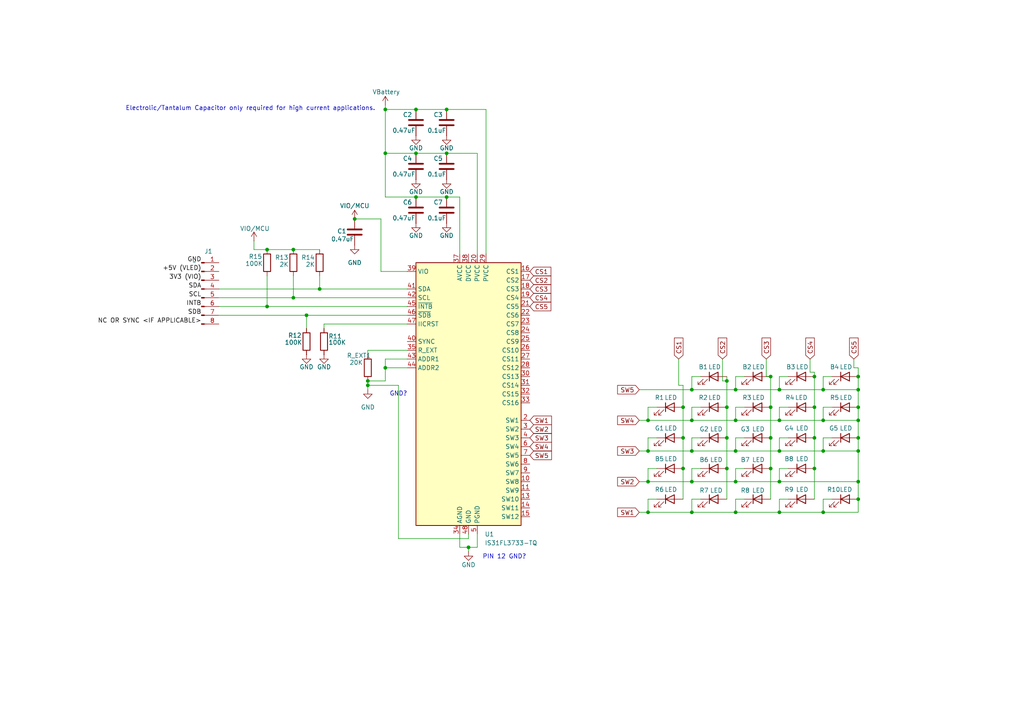
<source format=kicad_sch>
(kicad_sch (version 20250114) (generator "eeschema") (generator_version "9.0")
  (paper "A4")
  (lib_symbols
    (symbol "Connector:Conn_01x08_Pin" (pin_names (offset 1.016) (hide yes))
      (property "Reference" "J" (at 0 10.16 0))
      (property "Value" "Conn_01x08_Pin" (at 0 -12.7 0))
      (symbol "Conn_01x08_Pin_1_1"
        (rectangle (start 0.8636 7.747) (end 0 7.493) (stroke (width 0.1524)) (fill (type outline)))
        (rectangle (start 0.8636 5.207) (end 0 4.953) (stroke (width 0.1524)) (fill (type outline)))
        (rectangle (start 0.8636 2.667) (end 0 2.413) (stroke (width 0.1524)) (fill (type outline)))
        (rectangle (start 0.8636 0.127) (end 0 -0.127) (stroke (width 0.1524)) (fill (type outline)))
        (rectangle (start 0.8636 -2.413) (end 0 -2.667) (stroke (width 0.1524)) (fill (type outline)))
        (rectangle (start 0.8636 -4.953) (end 0 -5.207) (stroke (width 0.1524)) (fill (type outline)))
        (rectangle (start 0.8636 -7.493) (end 0 -7.747) (stroke (width 0.1524)) (fill (type outline)))
        (rectangle (start 0.8636 -10.033) (end 0 -10.287) (stroke (width 0.1524)) (fill (type outline)))
        (polyline (pts (xy 1.27 7.62) (xy 0.8636 7.62)) (stroke (width 0.1524)))
        (polyline (pts (xy 1.27 5.08) (xy 0.8636 5.08)) (stroke (width 0.1524)))
        (polyline (pts (xy 1.27 2.54) (xy 0.8636 2.54)) (stroke (width 0.1524)))
        (polyline (pts (xy 1.27 0) (xy 0.8636 0)) (stroke (width 0.1524)))
        (polyline (pts (xy 1.27 -2.54) (xy 0.8636 -2.54)) (stroke (width 0.1524)))
        (polyline (pts (xy 1.27 -5.08) (xy 0.8636 -5.08)) (stroke (width 0.1524)))
        (polyline (pts (xy 1.27 -7.62) (xy 0.8636 -7.62)) (stroke (width 0.1524)))
        (polyline (pts (xy 1.27 -10.16) (xy 0.8636 -10.16)) (stroke (width 0.1524)))
        (pin passive line (at 5.08 7.62 180) (length 3.81) (name "Pin_1") (number "1"))
        (pin passive line (at 5.08 5.08 180) (length 3.81) (name "Pin_2") (number "2"))
        (pin passive line (at 5.08 2.54 180) (length 3.81) (name "Pin_3") (number "3"))
        (pin passive line (at 5.08 0 180) (length 3.81) (name "Pin_4") (number "4"))
        (pin passive line (at 5.08 -2.54 180) (length 3.81) (name "Pin_5") (number "5"))
        (pin passive line (at 5.08 -5.08 180) (length 3.81) (name "Pin_6") (number "6"))
        (pin passive line (at 5.08 -7.62 180) (length 3.81) (name "Pin_7") (number "7"))
        (pin passive line (at 5.08 -10.16 180) (length 3.81) (name "Pin_8") (number "8"))
      )
    )
    (symbol "Device:C" (pin_numbers (hide yes)) (pin_names (offset 0.254))
      (property "Reference" "C" (at 0.635 2.54 0))
      (property "Value" "C" (at 0.635 -2.54 0))
      (symbol "C_0_1"
        (polyline (pts (xy -2.032 0.762) (xy 2.032 0.762)) (stroke (width 0.508)))
        (polyline (pts (xy -2.032 -0.762) (xy 2.032 -0.762)) (stroke (width 0.508)))
      )
      (symbol "C_1_1"
        (pin passive line (at 0 3.81 270) (length 2.794) (name "~") (number "1"))
        (pin passive line (at 0 -3.81 90) (length 2.794) (name "~") (number "2"))
      )
    )
    (symbol "Device:LED" (pin_numbers (hide yes)) (pin_names (offset 1.016) (hide yes))
      (property "Reference" "D" (at 0 2.54 0))
      (property "Value" "LED" (at 0 -2.54 0))
      (symbol "LED_0_1"
        (polyline (pts (xy -3.048 -0.762) (xy -4.572 -2.286) (xy -3.81 -2.286) (xy -4.572 -2.286) (xy -4.572 -1.524)))
        (polyline (pts (xy -1.778 -0.762) (xy -3.302 -2.286) (xy -2.54 -2.286) (xy -3.302 -2.286) (xy -3.302 -1.524)))
        (polyline (pts (xy -1.27 0) (xy 1.27 0)))
        (polyline (pts (xy -1.27 -1.27) (xy -1.27 1.27)) (stroke (width 0.254)))
        (polyline (pts (xy 1.27 -1.27) (xy 1.27 1.27) (xy -1.27 0) (xy 1.27 -1.27)) (stroke (width 0.254)))
      )
      (symbol "LED_1_1"
        (pin passive line (at -3.81 0 0) (length 2.54) (name "K") (number "1"))
        (pin passive line (at 3.81 0 180) (length 2.54) (name "A") (number "2"))
      )
    )
    (symbol "Device:R" (pin_numbers (hide yes)) (pin_names (offset 0))
      (property "Reference" "R" (at 2.032 0 90))
      (property "Value" "R" (at 0 0 90))
      (symbol "R_0_1"
        (rectangle (start -1.016 -2.54) (end 1.016 2.54) (stroke (width 0.254)))
      )
      (symbol "R_1_1"
        (pin passive line (at 0 3.81 270) (length 1.27) (name "~") (number "1"))
        (pin passive line (at 0 -3.81 90) (length 1.27) (name "~") (number "2"))
      )
    )
    (symbol "Driver_LED:IS31FL3733-TQ"
      (property "Reference" "U1" (at 4.6833 -40.64 0))
      (property "Value" "IS31FL3733-TQ" (at 4.6833 -43.18 0))
      (symbol "IS31FL3733-TQ_0_1"
        (rectangle (start -15.24 38.1) (end 15.24 -38.1) (stroke (width 0.254)) (fill (type background)))
      )
      (symbol "IS31FL3733-TQ_1_1"
        (pin input line (at -17.78 35.56 0) (length 2.54) (name "VIO") (number "39"))
        (pin bidirectional line (at -17.78 30.48 0) (length 2.54) (name "SDA") (number "41"))
        (pin input line (at -17.78 27.94 0) (length 2.54) (name "SCL") (number "42"))
        (pin open_collector line (at -17.78 25.4 0) (length 2.54) (name "~{INTB}") (number "45"))
        (pin input line (at -17.78 22.86 0) (length 2.54) (name "~{SDB}") (number "46"))
        (pin input line (at -17.78 20.32 0) (length 2.54) (name "IICRST") (number "47"))
        (pin input line (at -17.78 15.24 0) (length 2.54) (name "SYNC") (number "40"))
        (pin passive line (at -17.78 12.7 0) (length 2.54) (name "R_EXT") (number "35"))
        (pin input line (at -17.78 10.16 0) (length 2.54) (name "ADDR1") (number "43"))
        (pin input line (at -17.78 7.62 0) (length 2.54) (name "ADDR2") (number "44"))
        (pin no_connect line (at -15.24 -33.02 0) (length 2.54) (hide yes) (name "NC") (number "1"))
        (pin no_connect line (at -15.24 -35.56 0) (length 2.54) (hide yes) (name "NC") (number "36"))
        (pin power_in line (at -2.54 40.64 270) (length 2.54) (name "AVCC") (number "37"))
        (pin power_in line (at -2.54 -40.64 90) (length 2.54) (name "AGND") (number "34"))
        (pin power_in line (at 0 40.64 270) (length 2.54) (name "DVCC") (number "38"))
        (pin power_in line (at 0 -40.64 90) (length 2.54) (name "GND") (number "48"))
        (pin passive line (at 0 -40.64 90) (length 2.54) (hide yes) (name "GND") (number "49"))
        (pin power_in line (at 2.54 40.64 270) (length 2.54) (name "PVCC") (number "20"))
        (pin passive line (at 2.54 -40.64 90) (length 2.54) (hide yes) (name "PGND") (number "12"))
        (pin power_in line (at 2.54 -40.64 90) (length 2.54) (name "PGND") (number "5"))
        (pin power_in line (at 5.08 40.64 270) (length 2.54) (name "PVCC") (number "29"))
        (pin output line (at 17.78 35.56 180) (length 2.54) (name "CS1") (number "16"))
        (pin output line (at 17.78 33.02 180) (length 2.54) (name "CS2") (number "17"))
        (pin output line (at 17.78 30.48 180) (length 2.54) (name "CS3") (number "18"))
        (pin output line (at 17.78 27.94 180) (length 2.54) (name "CS4") (number "19"))
        (pin output line (at 17.78 25.4 180) (length 2.54) (name "CS5") (number "21"))
        (pin output line (at 17.78 22.86 180) (length 2.54) (name "CS6") (number "22"))
        (pin output line (at 17.78 20.32 180) (length 2.54) (name "CS7") (number "23"))
        (pin output line (at 17.78 17.78 180) (length 2.54) (name "CS8") (number "24"))
        (pin output line (at 17.78 15.24 180) (length 2.54) (name "CS9") (number "25"))
        (pin output line (at 17.78 12.7 180) (length 2.54) (name "CS10") (number "26"))
        (pin output line (at 17.78 10.16 180) (length 2.54) (name "CS11") (number "27"))
        (pin output line (at 17.78 7.62 180) (length 2.54) (name "CS12") (number "28"))
        (pin output line (at 17.78 5.08 180) (length 2.54) (name "CS13") (number "30"))
        (pin output line (at 17.78 2.54 180) (length 2.54) (name "CS14") (number "31"))
        (pin output line (at 17.78 0 180) (length 2.54) (name "CS15") (number "32"))
        (pin output line (at 17.78 -2.54 180) (length 2.54) (name "CS16") (number "33"))
        (pin input line (at 17.78 -7.62 180) (length 2.54) (name "SW1") (number "2"))
        (pin input line (at 17.78 -10.16 180) (length 2.54) (name "SW2") (number "3"))
        (pin input line (at 17.78 -12.7 180) (length 2.54) (name "SW3") (number "4"))
        (pin input line (at 17.78 -15.24 180) (length 2.54) (name "SW4") (number "6"))
        (pin input line (at 17.78 -17.78 180) (length 2.54) (name "SW5") (number "7"))
        (pin input line (at 17.78 -20.32 180) (length 2.54) (name "SW6") (number "8"))
        (pin input line (at 17.78 -22.86 180) (length 2.54) (name "SW7") (number "9"))
        (pin input line (at 17.78 -25.4 180) (length 2.54) (name "SW8") (number "10"))
        (pin input line (at 17.78 -27.94 180) (length 2.54) (name "SW9") (number "11"))
        (pin input line (at 17.78 -30.48 180) (length 2.54) (name "SW10") (number "13"))
        (pin input line (at 17.78 -33.02 180) (length 2.54) (name "SW11") (number "14"))
        (pin input line (at 17.78 -35.56 180) (length 2.54) (name "SW12") (number "15"))
      )
    )
    (symbol "power:+3.3V" (power) (pin_numbers (hide yes)) (pin_names (offset 0) (hide yes))
      (property "Value" "+3.3V" (at 0 3.556 0))
      (symbol "+3.3V_0_1"
        (polyline (pts (xy -0.762 1.27) (xy 0 2.54)))
        (polyline (pts (xy 0 2.54) (xy 0.762 1.27)))
        (polyline (pts (xy 0 0) (xy 0 2.54)))
      )
      (symbol "+3.3V_1_1"
        (pin power_in line (at 0 0 90) (length 0) (name "~") (number "1"))
      )
    )
    (symbol "power:GND" (power) (pin_numbers (hide yes)) (pin_names (offset 0) (hide yes))
      (property "Value" "GND" (at 0 -3.81 0))
      (symbol "GND_0_1"
        (polyline (pts (xy 0 0) (xy 0 -1.27) (xy 1.27 -1.27) (xy 0 -2.54) (xy -1.27 -1.27) (xy 0 -1.27)))
      )
      (symbol "GND_1_1"
        (pin power_in line (at 0 0 270) (length 0) (name "~") (number "1"))
      )
    )
  )
  (text "PIN 12 GND?\n" (at 146.304 161.544 0) (effects (font (size 1.27 1.27))))
  (text "Electrolic/Tantalum Capacitor only required for high current applications." (at 72.644 31.496 0) (effects (font (size 1.27 1.27))))
  (text "GND?\n" (at 115.57 114.3 0) (effects (font (size 1.27 1.27))))
  (junction (at 223.52 109.22))
  (junction (at 248.92 121.92))
  (junction (at 238.76 113.03))
  (junction (at 248.92 118.11))
  (junction (at 236.22 118.11))
  (junction (at 213.36 130.81))
  (junction (at 248.92 109.22))
  (junction (at 248.92 127))
  (junction (at 187.96 121.92))
  (junction (at 88.9 91.44))
  (junction (at 120.65 31.75))
  (junction (at 248.92 139.7))
  (junction (at 236.22 109.22))
  (junction (at 77.47 72.39))
  (junction (at 120.65 57.15))
  (junction (at 223.52 135.89))
  (junction (at 92.71 83.82))
  (junction (at 226.06 113.03))
  (junction (at 226.06 139.7))
  (junction (at 111.76 31.75))
  (junction (at 236.22 135.89))
  (junction (at 129.54 31.75))
  (junction (at 223.52 127))
  (junction (at 200.66 113.03))
  (junction (at 200.66 130.81))
  (junction (at 200.66 139.7))
  (junction (at 198.12 135.89))
  (junction (at 198.12 118.11))
  (junction (at 226.06 121.92))
  (junction (at 248.92 144.78))
  (junction (at 210.82 110.49))
  (junction (at 187.96 139.7))
  (junction (at 210.82 127))
  (junction (at 210.82 135.89))
  (junction (at 213.36 148.59))
  (junction (at 226.06 148.59))
  (junction (at 248.92 130.81))
  (junction (at 238.76 130.81))
  (junction (at 200.66 121.92))
  (junction (at 135.89 158.75))
  (junction (at 85.09 86.36))
  (junction (at 236.22 127))
  (junction (at 120.65 44.45))
  (junction (at 106.68 110.49))
  (junction (at 200.66 148.59))
  (junction (at 85.09 72.39))
  (junction (at 223.52 118.11))
  (junction (at 213.36 121.92))
  (junction (at 106.68 111.76))
  (junction (at 248.92 113.03))
  (junction (at 102.87 63.5))
  (junction (at 213.36 139.7))
  (junction (at 111.76 44.45))
  (junction (at 238.76 121.92))
  (junction (at 187.96 148.59))
  (junction (at 238.76 148.59))
  (junction (at 111.76 106.68))
  (junction (at 198.12 127))
  (junction (at 213.36 113.03))
  (junction (at 187.96 130.81))
  (junction (at 210.82 118.11))
  (junction (at 129.54 44.45))
  (junction (at 77.47 88.9))
  (junction (at 226.06 130.81))
  (junction (at 129.54 57.15))
  (wire (pts (xy 133.35 57.15) (xy 133.35 73.66)))
  (wire (pts (xy 185.42 130.81) (xy 187.96 130.81)))
  (wire (pts (xy 203.2 135.89) (xy 200.66 135.89)))
  (wire (pts (xy 77.47 88.9) (xy 118.11 88.9)))
  (wire (pts (xy 213.36 144.78) (xy 213.36 148.59)))
  (wire (pts (xy 248.92 106.68) (xy 248.92 109.22)))
  (wire (pts (xy 248.92 109.22) (xy 248.92 113.03)))
  (wire (pts (xy 238.76 121.92) (xy 248.92 121.92)))
  (wire (pts (xy 185.42 139.7) (xy 187.96 139.7)))
  (wire (pts (xy 111.76 31.75) (xy 111.76 44.45)))
  (wire (pts (xy 111.76 104.14) (xy 118.11 104.14)))
  (wire (pts (xy 187.96 144.78) (xy 187.96 148.59)))
  (wire (pts (xy 102.87 63.5) (xy 110.49 63.5)))
  (wire (pts (xy 238.76 118.11) (xy 238.76 121.92)))
  (wire (pts (xy 133.35 158.75) (xy 135.89 158.75)))
  (wire (pts (xy 111.76 31.75) (xy 120.65 31.75)))
  (wire (pts (xy 187.96 148.59) (xy 200.66 148.59)))
  (wire (pts (xy 238.76 130.81) (xy 248.92 130.81)))
  (wire (pts (xy 93.98 95.25) (xy 93.98 93.98)))
  (wire (pts (xy 226.06 144.78) (xy 226.06 148.59)))
  (wire (pts (xy 226.06 113.03) (xy 238.76 113.03)))
  (wire (pts (xy 223.52 135.89) (xy 223.52 144.78)))
  (wire (pts (xy 138.43 154.94) (xy 138.43 158.75)))
  (wire (pts (xy 210.82 110.49) (xy 210.82 109.22)))
  (wire (pts (xy 93.98 93.98) (xy 118.11 93.98)))
  (wire (pts (xy 187.96 121.92) (xy 200.66 121.92)))
  (wire (pts (xy 226.06 127) (xy 226.06 130.81)))
  (wire (pts (xy 187.96 130.81) (xy 200.66 130.81)))
  (wire (pts (xy 226.06 109.22) (xy 226.06 113.03)))
  (wire (pts (xy 135.89 158.75) (xy 138.43 158.75)))
  (wire (pts (xy 200.66 121.92) (xy 213.36 121.92)))
  (wire (pts (xy 236.22 109.22) (xy 236.22 118.11)))
  (wire (pts (xy 129.54 31.75) (xy 140.97 31.75)))
  (wire (pts (xy 200.66 148.59) (xy 213.36 148.59)))
  (wire (pts (xy 248.92 139.7) (xy 248.92 144.78)))
  (wire (pts (xy 213.36 113.03) (xy 226.06 113.03)))
  (wire (pts (xy 200.66 118.11) (xy 200.66 121.92)))
  (wire (pts (xy 238.76 148.59) (xy 248.92 148.59)))
  (wire (pts (xy 203.2 144.78) (xy 200.66 144.78)))
  (wire (pts (xy 226.06 139.7) (xy 248.92 139.7)))
  (wire (pts (xy 73.66 72.39) (xy 77.47 72.39)))
  (wire (pts (xy 198.12 127) (xy 198.12 135.89)))
  (wire (pts (xy 234.95 107.95) (xy 236.22 107.95)))
  (wire (pts (xy 135.89 154.94) (xy 135.89 156.21)))
  (wire (pts (xy 228.6 127) (xy 226.06 127)))
  (wire (pts (xy 111.76 106.68) (xy 111.76 110.49)))
  (wire (pts (xy 133.35 154.94) (xy 133.35 158.75)))
  (wire (pts (xy 185.42 113.03) (xy 200.66 113.03)))
  (wire (pts (xy 223.52 109.22) (xy 223.52 118.11)))
  (wire (pts (xy 115.57 156.21) (xy 115.57 111.76)))
  (wire (pts (xy 213.36 109.22) (xy 213.36 113.03)))
  (wire (pts (xy 198.12 111.76) (xy 198.12 118.11)))
  (wire (pts (xy 226.06 118.11) (xy 226.06 121.92)))
  (wire (pts (xy 196.85 104.14) (xy 196.85 111.76)))
  (wire (pts (xy 85.09 72.39) (xy 92.71 72.39)))
  (wire (pts (xy 226.06 130.81) (xy 238.76 130.81)))
  (wire (pts (xy 88.9 95.25) (xy 88.9 91.44)))
  (wire (pts (xy 92.71 83.82) (xy 118.11 83.82)))
  (wire (pts (xy 236.22 127) (xy 236.22 135.89)))
  (wire (pts (xy 210.82 118.11) (xy 210.82 127)))
  (wire (pts (xy 200.66 109.22) (xy 200.66 113.03)))
  (wire (pts (xy 241.3 127) (xy 238.76 127)))
  (wire (pts (xy 200.66 135.89) (xy 200.66 139.7)))
  (wire (pts (xy 238.76 113.03) (xy 248.92 113.03)))
  (wire (pts (xy 190.5 135.89) (xy 187.96 135.89)))
  (wire (pts (xy 190.5 118.11) (xy 187.96 118.11)))
  (wire (pts (xy 111.76 106.68) (xy 118.11 106.68)))
  (wire (pts (xy 215.9 144.78) (xy 213.36 144.78)))
  (wire (pts (xy 203.2 127) (xy 200.66 127)))
  (wire (pts (xy 92.71 80.01) (xy 92.71 83.82)))
  (wire (pts (xy 120.65 31.75) (xy 129.54 31.75)))
  (wire (pts (xy 63.5 86.36) (xy 85.09 86.36)))
  (wire (pts (xy 111.76 104.14) (xy 111.76 106.68)))
  (wire (pts (xy 196.85 111.76) (xy 198.12 111.76)))
  (wire (pts (xy 215.9 109.22) (xy 213.36 109.22)))
  (wire (pts (xy 234.95 104.14) (xy 234.95 107.95)))
  (wire (pts (xy 238.76 144.78) (xy 238.76 148.59)))
  (wire (pts (xy 200.66 127) (xy 200.66 130.81)))
  (wire (pts (xy 200.66 113.03) (xy 213.36 113.03)))
  (wire (pts (xy 248.92 127) (xy 248.92 130.81)))
  (wire (pts (xy 200.66 130.81) (xy 213.36 130.81)))
  (wire (pts (xy 106.68 113.03) (xy 106.68 111.76)))
  (wire (pts (xy 106.68 101.6) (xy 118.11 101.6)))
  (wire (pts (xy 228.6 109.22) (xy 226.06 109.22)))
  (wire (pts (xy 187.96 139.7) (xy 200.66 139.7)))
  (wire (pts (xy 213.36 130.81) (xy 226.06 130.81)))
  (wire (pts (xy 63.5 83.82) (xy 92.71 83.82)))
  (wire (pts (xy 200.66 139.7) (xy 213.36 139.7)))
  (wire (pts (xy 106.68 111.76) (xy 115.57 111.76)))
  (wire (pts (xy 198.12 118.11) (xy 198.12 127)))
  (wire (pts (xy 120.65 57.15) (xy 111.76 57.15)))
  (wire (pts (xy 213.36 135.89) (xy 213.36 139.7)))
  (wire (pts (xy 140.97 31.75) (xy 140.97 73.66)))
  (wire (pts (xy 203.2 109.22) (xy 200.66 109.22)))
  (wire (pts (xy 247.65 106.68) (xy 248.92 106.68)))
  (wire (pts (xy 77.47 72.39) (xy 85.09 72.39)))
  (wire (pts (xy 213.36 148.59) (xy 226.06 148.59)))
  (wire (pts (xy 190.5 127) (xy 187.96 127)))
  (wire (pts (xy 120.65 57.15) (xy 129.54 57.15)))
  (wire (pts (xy 106.68 111.76) (xy 106.68 110.49)))
  (wire (pts (xy 190.5 144.78) (xy 187.96 144.78)))
  (wire (pts (xy 236.22 107.95) (xy 236.22 109.22)))
  (wire (pts (xy 187.96 118.11) (xy 187.96 121.92)))
  (wire (pts (xy 248.92 113.03) (xy 248.92 118.11)))
  (wire (pts (xy 238.76 109.22) (xy 238.76 113.03)))
  (wire (pts (xy 63.5 91.44) (xy 88.9 91.44)))
  (wire (pts (xy 213.36 121.92) (xy 226.06 121.92)))
  (wire (pts (xy 187.96 127) (xy 187.96 130.81)))
  (wire (pts (xy 248.92 144.78) (xy 248.92 148.59)))
  (wire (pts (xy 106.68 101.6) (xy 106.68 102.87)))
  (wire (pts (xy 203.2 118.11) (xy 200.66 118.11)))
  (wire (pts (xy 241.3 144.78) (xy 238.76 144.78)))
  (wire (pts (xy 215.9 135.89) (xy 213.36 135.89)))
  (wire (pts (xy 129.54 57.15) (xy 133.35 57.15)))
  (wire (pts (xy 200.66 144.78) (xy 200.66 148.59)))
  (wire (pts (xy 215.9 127) (xy 213.36 127)))
  (wire (pts (xy 111.76 110.49) (xy 106.68 110.49)))
  (wire (pts (xy 223.52 127) (xy 223.52 135.89)))
  (wire (pts (xy 213.36 118.11) (xy 213.36 121.92)))
  (wire (pts (xy 210.82 135.89) (xy 210.82 144.78)))
  (wire (pts (xy 226.06 121.92) (xy 238.76 121.92)))
  (wire (pts (xy 241.3 118.11) (xy 238.76 118.11)))
  (wire (pts (xy 228.6 144.78) (xy 226.06 144.78)))
  (wire (pts (xy 77.47 80.01) (xy 77.47 88.9)))
  (wire (pts (xy 185.42 121.92) (xy 187.96 121.92)))
  (wire (pts (xy 88.9 91.44) (xy 118.11 91.44)))
  (wire (pts (xy 135.89 156.21) (xy 115.57 156.21)))
  (wire (pts (xy 135.89 160.02) (xy 135.89 158.75)))
  (wire (pts (xy 85.09 80.01) (xy 85.09 86.36)))
  (wire (pts (xy 187.96 135.89) (xy 187.96 139.7)))
  (wire (pts (xy 73.66 69.85) (xy 73.66 72.39)))
  (wire (pts (xy 213.36 139.7) (xy 226.06 139.7)))
  (wire (pts (xy 85.09 86.36) (xy 118.11 86.36)))
  (wire (pts (xy 223.52 118.11) (xy 223.52 127)))
  (wire (pts (xy 120.65 44.45) (xy 129.54 44.45)))
  (wire (pts (xy 111.76 44.45) (xy 120.65 44.45)))
  (wire (pts (xy 236.22 135.89) (xy 236.22 144.78)))
  (wire (pts (xy 213.36 127) (xy 213.36 130.81)))
  (wire (pts (xy 210.82 127) (xy 210.82 135.89)))
  (wire (pts (xy 210.82 110.49) (xy 210.82 118.11)))
  (wire (pts (xy 198.12 135.89) (xy 198.12 144.78)))
  (wire (pts (xy 110.49 63.5) (xy 110.49 78.74)))
  (wire (pts (xy 111.76 44.45) (xy 111.76 57.15)))
  (wire (pts (xy 129.54 44.45) (xy 138.43 44.45)))
  (wire (pts (xy 222.25 109.22) (xy 223.52 109.22)))
  (wire (pts (xy 111.76 30.48) (xy 111.76 31.75)))
  (wire (pts (xy 226.06 135.89) (xy 226.06 139.7)))
  (wire (pts (xy 248.92 118.11) (xy 248.92 121.92)))
  (wire (pts (xy 185.42 148.59) (xy 187.96 148.59)))
  (wire (pts (xy 238.76 127) (xy 238.76 130.81)))
  (wire (pts (xy 226.06 148.59) (xy 238.76 148.59)))
  (wire (pts (xy 110.49 78.74) (xy 118.11 78.74)))
  (wire (pts (xy 228.6 135.89) (xy 226.06 135.89)))
  (wire (pts (xy 222.25 104.14) (xy 222.25 109.22)))
  (wire (pts (xy 63.5 88.9) (xy 77.47 88.9)))
  (wire (pts (xy 215.9 118.11) (xy 213.36 118.11)))
  (wire (pts (xy 248.92 130.81) (xy 248.92 139.7)))
  (wire (pts (xy 248.92 121.92) (xy 248.92 127)))
  (wire (pts (xy 241.3 109.22) (xy 238.76 109.22)))
  (wire (pts (xy 228.6 118.11) (xy 226.06 118.11)))
  (wire (pts (xy 236.22 118.11) (xy 236.22 127)))
  (wire (pts (xy 138.43 44.45) (xy 138.43 73.66)))
  (wire (pts (xy 209.55 110.49) (xy 210.82 110.49)))
  (wire (pts (xy 247.65 104.14) (xy 247.65 106.68)))
  (wire (pts (xy 209.55 104.14) (xy 209.55 110.49)))
  (label "INTB" (at 58.42 88.9 180))
  (label "3V3 (VIO)" (at 58.42 81.28 180))
  (label "SDA" (at 58.42 83.82 180))
  (label "+5V (VLED)" (at 58.42 78.74 180))
  (label "NC OR SYNC <IF APPLICABLE>" (at 58.42 93.98 180))
  (label "GND" (at 58.42 76.2 180))
  (label "SCL" (at 58.42 86.36 180))
  (label "SDB" (at 58.42 91.44 180))
  (global_label "CS3" (shape input) (at 222.25 104.14 90) (property "Intersheetrefs" "${INTERSHEET_REFS}" (effects (hide yes))))
  (global_label "CS2" (shape input) (at 153.67 81.28 0) (property "Intersheetrefs" "${INTERSHEET_REFS}" (effects (hide yes))))
  (global_label "CS5" (shape input) (at 247.65 104.14 90) (property "Intersheetrefs" "${INTERSHEET_REFS}" (effects (hide yes))))
  (global_label "SW3" (shape input) (at 185.42 130.81 180) (property "Intersheetrefs" "${INTERSHEET_REFS}" (effects (hide yes))))
  (global_label "CS4" (shape input) (at 234.95 104.14 90) (property "Intersheetrefs" "${INTERSHEET_REFS}" (effects (hide yes))))
  (global_label "SW3" (shape input) (at 153.67 127 0) (property "Intersheetrefs" "${INTERSHEET_REFS}" (effects (hide yes))))
  (global_label "SW5" (shape input) (at 185.42 113.03 180) (property "Intersheetrefs" "${INTERSHEET_REFS}" (effects (hide yes))))
  (global_label "SW1" (shape input) (at 153.67 121.92 0) (property "Intersheetrefs" "${INTERSHEET_REFS}" (effects (hide yes))))
  (global_label "SW1" (shape input) (at 185.42 148.59 180) (property "Intersheetrefs" "${INTERSHEET_REFS}" (effects (hide yes))))
  (global_label "SW4" (shape input) (at 185.42 121.92 180) (property "Intersheetrefs" "${INTERSHEET_REFS}" (effects (hide yes))))
  (global_label "CS1" (shape input) (at 153.67 78.74 0) (property "Intersheetrefs" "${INTERSHEET_REFS}" (effects (hide yes))))
  (global_label "CS2" (shape input) (at 209.55 104.14 90) (property "Intersheetrefs" "${INTERSHEET_REFS}" (effects (hide yes))))
  (global_label "SW4" (shape input) (at 153.67 129.54 0) (property "Intersheetrefs" "${INTERSHEET_REFS}" (effects (hide yes))))
  (global_label "CS4" (shape input) (at 153.67 86.36 0) (property "Intersheetrefs" "${INTERSHEET_REFS}" (effects (hide yes))))
  (global_label "CS5" (shape input) (at 153.67 88.9 0) (property "Intersheetrefs" "${INTERSHEET_REFS}" (effects (hide yes))))
  (global_label "CS3" (shape input) (at 153.67 83.82 0) (property "Intersheetrefs" "${INTERSHEET_REFS}" (effects (hide yes))))
  (global_label "SW5" (shape input) (at 153.67 132.08 0) (property "Intersheetrefs" "${INTERSHEET_REFS}" (effects (hide yes))))
  (global_label "SW2" (shape input) (at 185.42 139.7 180) (property "Intersheetrefs" "${INTERSHEET_REFS}" (effects (hide yes))))
  (global_label "CS1" (shape input) (at 196.85 104.14 90) (property "Intersheetrefs" "${INTERSHEET_REFS}" (effects (hide yes))))
  (global_label "SW2" (shape input) (at 153.67 124.46 0) (property "Intersheetrefs" "${INTERSHEET_REFS}" (effects (hide yes))))
  (symbol (lib_id "Device:LED") (at 219.71 118.11 0) (unit 1)
    (property "Reference" "R3" (at 216.662 115.316 0))
    (property "Value" "LED" (at 219.964 115.316 0))
    (property "Footprint" "LED_SMD:LED_0805_2012Metric_Pad1.15x1.40mm_HandSolder" (effects (hide yes)))
    (property "Description" "Light emitting diode" (effects (hide yes)))
    (property "Sim.Pins" "1=K 2=A" (effects (hide yes)))
  )
  (symbol (lib_id "Device:C") (at 129.54 60.96 0) (unit 1)
    (property "Reference" "C7" (at 125.73 58.674 0) (effects (justify left)))
    (property "Value" "0.1uF" (at 123.952 63.246 0) (effects (justify left)))
    (property "Footprint" "Capacitor_SMD:C_0805_2012Metric_Pad1.18x1.45mm_HandSolder" (effects (hide yes)))
    (property "Description" "Unpolarized capacitor" (effects (hide yes)))
  )
  (symbol (lib_id "Device:R") (at 88.9 99.06 0) (unit 1)
    (property "Reference" "R12" (at 83.566 97.282 0) (effects (justify left)))
    (property "Value" "100K" (at 82.55 99.314 0) (effects (justify left)))
    (property "Footprint" "Resistor_SMD:R_0805_2012Metric_Pad1.20x1.40mm_HandSolder" (effects (hide yes)))
    (property "Description" "Resistor" (effects (hide yes)))
  )
  (symbol (lib_id "Device:LED") (at 219.71 144.78 0) (unit 1)
    (property "Reference" "R8" (at 216.154 142.24 0))
    (property "Value" "LED" (at 219.964 142.24 0))
    (property "Footprint" "LED_SMD:LED_0805_2012Metric_Pad1.15x1.40mm_HandSolder" (effects (hide yes)))
    (property "Description" "Light emitting diode" (effects (hide yes)))
    (property "Sim.Pins" "1=K 2=A" (effects (hide yes)))
  )
  (symbol (lib_id "Device:R") (at 93.98 99.06 0) (unit 1)
    (property "Reference" "R11" (at 95.25 97.536 0) (effects (justify left)))
    (property "Value" "100K" (at 95.25 99.314 0) (effects (justify left)))
    (property "Footprint" "Resistor_SMD:R_0805_2012Metric_Pad1.20x1.40mm_HandSolder" (effects (hide yes)))
    (property "Description" "Resistor" (effects (hide yes)))
  )
  (symbol (lib_id "Device:LED") (at 207.01 109.22 0) (unit 1)
    (property "Reference" "B1" (at 203.962 106.426 0))
    (property "Value" "LED" (at 207.264 106.426 0))
    (property "Footprint" "LED_SMD:LED_0805_2012Metric_Pad1.15x1.40mm_HandSolder" (effects (hide yes)))
    (property "Description" "Light emitting diode" (effects (hide yes)))
    (property "Sim.Pins" "1=K 2=A" (effects (hide yes)))
  )
  (symbol (lib_id "Device:C") (at 120.65 35.56 0) (unit 1)
    (property "Reference" "C2" (at 116.84 33.274 0) (effects (justify left)))
    (property "Value" "0.47uF" (at 113.792 37.846 0) (effects (justify left)))
    (property "Footprint" "Capacitor_SMD:C_0805_2012Metric_Pad1.18x1.45mm_HandSolder" (effects (hide yes)))
    (property "Description" "Unpolarized capacitor" (effects (hide yes)))
  )
  (symbol (lib_id "Device:LED") (at 207.01 144.78 0) (unit 1)
    (property "Reference" "R7" (at 204.216 142.24 0))
    (property "Value" "LED" (at 207.772 142.24 0))
    (property "Footprint" "LED_SMD:LED_0805_2012Metric_Pad1.15x1.40mm_HandSolder" (effects (hide yes)))
    (property "Description" "Light emitting diode" (effects (hide yes)))
    (property "Sim.Pins" "1=K 2=A" (effects (hide yes)))
  )
  (symbol (lib_id "Connector:Conn_01x08_Pin") (at 58.42 83.82 0) (unit 1)
    (property "Reference" "J1" (at 60.452 72.898 0))
    (property "Value" "~" (at 56.388 75.946 0))
    (property "Description" "Generic connector, single row, 01x08, script generated" (effects (hide yes)))
  )
  (symbol (lib_id "power:GND") (at 120.65 52.07 0) (unit 1)
    (property "Reference" "#PWR06" (effects (hide yes)))
    (property "Value" "GND" (at 120.65 55.626 0))
    (property "Description" "Power symbol creates a global label with name \"GND\" , ground" (effects (hide yes)))
  )
  (symbol (lib_id "Device:LED") (at 245.11 118.11 0) (unit 1)
    (property "Reference" "R5" (at 242.062 115.316 0))
    (property "Value" "LED" (at 245.364 115.316 0))
    (property "Footprint" "LED_SMD:LED_0805_2012Metric_Pad1.15x1.40mm_HandSolder" (effects (hide yes)))
    (property "Description" "Light emitting diode" (effects (hide yes)))
    (property "Sim.Pins" "1=K 2=A" (effects (hide yes)))
  )
  (symbol (lib_id "Device:LED") (at 194.31 144.78 0) (unit 1)
    (property "Reference" "R6" (at 191.262 141.986 0))
    (property "Value" "LED" (at 194.564 141.986 0))
    (property "Footprint" "LED_SMD:LED_0805_2012Metric_Pad1.15x1.40mm_HandSolder" (effects (hide yes)))
    (property "Description" "Light emitting diode" (effects (hide yes)))
    (property "Sim.Pins" "1=K 2=A" (effects (hide yes)))
  )
  (symbol (lib_id "Device:LED") (at 232.41 109.22 0) (unit 1)
    (property "Reference" "B3" (at 229.362 106.426 0))
    (property "Value" "LED" (at 232.664 106.426 0))
    (property "Footprint" "LED_SMD:LED_0805_2012Metric_Pad1.15x1.40mm_HandSolder" (effects (hide yes)))
    (property "Description" "Light emitting diode" (effects (hide yes)))
    (property "Sim.Pins" "1=K 2=A" (effects (hide yes)))
  )
  (symbol (lib_id "Device:R") (at 77.47 76.2 0) (unit 1)
    (property "Reference" "R15" (at 72.136 74.422 0) (effects (justify left)))
    (property "Value" "100K" (at 71.12 76.454 0) (effects (justify left)))
    (property "Footprint" "Resistor_SMD:R_0805_2012Metric_Pad1.20x1.40mm_HandSolder" (effects (hide yes)))
    (property "Description" "Resistor" (effects (hide yes)))
  )
  (symbol (lib_id "Device:LED") (at 207.01 127 0) (unit 1)
    (property "Reference" "G2" (at 204.216 124.46 0))
    (property "Value" "LED" (at 207.772 124.46 0))
    (property "Footprint" "LED_SMD:LED_0805_2012Metric_Pad1.15x1.40mm_HandSolder" (effects (hide yes)))
    (property "Description" "Light emitting diode" (effects (hide yes)))
    (property "Sim.Pins" "1=K 2=A" (effects (hide yes)))
  )
  (symbol (lib_id "Device:LED") (at 232.41 118.11 0) (unit 1)
    (property "Reference" "R4" (at 229.108 115.316 0))
    (property "Value" "LED" (at 232.41 115.316 0))
    (property "Footprint" "LED_SMD:LED_0805_2012Metric_Pad1.15x1.40mm_HandSolder" (effects (hide yes)))
    (property "Description" "Light emitting diode" (effects (hide yes)))
    (property "Sim.Pins" "1=K 2=A" (effects (hide yes)))
  )
  (symbol (lib_id "power:GND") (at 120.65 64.77 0) (unit 1)
    (property "Reference" "#PWR08" (effects (hide yes)))
    (property "Value" "GND" (at 120.65 68.326 0))
    (property "Description" "Power symbol creates a global label with name \"GND\" , ground" (effects (hide yes)))
  )
  (symbol (lib_id "Device:C") (at 129.54 35.56 0) (unit 1)
    (property "Reference" "C3" (at 125.73 33.274 0) (effects (justify left)))
    (property "Value" "0.1uF" (at 123.952 37.846 0) (effects (justify left)))
    (property "Footprint" "Capacitor_SMD:C_0805_2012Metric_Pad1.18x1.45mm_HandSolder" (effects (hide yes)))
    (property "Description" "Unpolarized capacitor" (effects (hide yes)))
  )
  (symbol (lib_id "power:+3.3V") (at 73.66 69.85 0) (unit 1)
    (property "Reference" "#PWR013" (effects (hide yes)))
    (property "Value" "VIO/MCU" (at 73.914 66.294 0))
    (property "Description" "Power symbol creates a global label with name \"+3.3V\"" (effects (hide yes)))
  )
  (symbol (lib_id "Device:LED") (at 207.01 118.11 0) (unit 1)
    (property "Reference" "R2" (at 203.962 115.316 0))
    (property "Value" "LED" (at 207.264 115.316 0))
    (property "Footprint" "LED_SMD:LED_0805_2012Metric_Pad1.15x1.40mm_HandSolder" (effects (hide yes)))
    (property "Description" "Light emitting diode" (effects (hide yes)))
    (property "Sim.Pins" "1=K 2=A" (effects (hide yes)))
  )
  (symbol (lib_id "Device:LED") (at 219.71 109.22 0) (unit 1)
    (property "Reference" "B2" (at 216.662 106.426 0))
    (property "Value" "LED" (at 219.964 106.426 0))
    (property "Footprint" "LED_SMD:LED_0805_2012Metric_Pad1.15x1.40mm_HandSolder" (effects (hide yes)))
    (property "Description" "Light emitting diode" (effects (hide yes)))
    (property "Sim.Pins" "1=K 2=A" (effects (hide yes)))
  )
  (symbol (lib_id "Device:LED") (at 245.11 127 0) (unit 1)
    (property "Reference" "G5" (at 241.808 124.206 0))
    (property "Value" "LED" (at 245.364 124.206 0))
    (property "Footprint" "LED_SMD:LED_0805_2012Metric_Pad1.15x1.40mm_HandSolder" (effects (hide yes)))
    (property "Description" "Light emitting diode" (effects (hide yes)))
    (property "Sim.Pins" "1=K 2=A" (effects (hide yes)))
  )
  (symbol (lib_id "Device:R") (at 106.68 106.68 0) (unit 1)
    (property "Reference" "R_EXT1" (at 100.584 103.124 0) (effects (justify left)))
    (property "Value" "20K" (at 101.346 105.156 0) (effects (justify left)))
    (property "Footprint" "Resistor_SMD:R_0805_2012Metric_Pad1.20x1.40mm_HandSolder" (effects (hide yes)))
    (property "Description" "Resistor" (effects (hide yes)))
  )
  (symbol (lib_id "Device:LED") (at 245.11 109.22 0) (unit 1)
    (property "Reference" "B4" (at 242.062 106.426 0))
    (property "Value" "LED" (at 245.364 106.426 0))
    (property "Footprint" "LED_SMD:LED_0805_2012Metric_Pad1.15x1.40mm_HandSolder" (effects (hide yes)))
    (property "Description" "Light emitting diode" (effects (hide yes)))
    (property "Sim.Pins" "1=K 2=A" (effects (hide yes)))
  )
  (symbol (lib_id "Device:LED") (at 194.31 127 0) (unit 1)
    (property "Reference" "G1" (at 191.262 124.206 0))
    (property "Value" "LED" (at 194.564 124.206 0))
    (property "Footprint" "LED_SMD:LED_0805_2012Metric_Pad1.15x1.40mm_HandSolder" (effects (hide yes)))
    (property "Description" "Light emitting diode" (effects (hide yes)))
    (property "Sim.Pins" "1=K 2=A" (effects (hide yes)))
  )
  (symbol (lib_id "power:GND") (at 120.65 39.37 0) (unit 1)
    (property "Reference" "#PWR04" (effects (hide yes)))
    (property "Value" "GND" (at 120.65 42.926 0))
    (property "Description" "Power symbol creates a global label with name \"GND\" , ground" (effects (hide yes)))
  )
  (symbol (lib_id "power:GND") (at 88.9 102.87 0) (unit 1)
    (property "Reference" "#PWR011" (effects (hide yes)))
    (property "Value" "GND" (at 88.9 106.426 0))
    (property "Description" "Power symbol creates a global label with name \"GND\" , ground" (effects (hide yes)))
  )
  (symbol (lib_id "Device:LED") (at 219.71 135.89 0) (unit 1)
    (property "Reference" "B7" (at 216.154 133.35 0))
    (property "Value" "LED" (at 219.964 133.35 0))
    (property "Footprint" "LED_SMD:LED_0805_2012Metric_Pad1.15x1.40mm_HandSolder" (effects (hide yes)))
    (property "Description" "Light emitting diode" (effects (hide yes)))
    (property "Sim.Pins" "1=K 2=A" (effects (hide yes)))
  )
  (symbol (lib_id "power:+3.3V") (at 111.76 30.48 0) (unit 1)
    (property "Reference" "#PWR010" (effects (hide yes)))
    (property "Value" "VBattery" (at 112.014 26.67 0))
    (property "Description" "Power symbol creates a global label with name \"+3.3V\"" (effects (hide yes)))
  )
  (symbol (lib_id "Device:C") (at 120.65 60.96 0) (unit 1)
    (property "Reference" "C6" (at 116.84 58.674 0) (effects (justify left)))
    (property "Value" "0.47uF" (at 113.792 63.246 0) (effects (justify left)))
    (property "Footprint" "Capacitor_SMD:C_0805_2012Metric_Pad1.18x1.45mm_HandSolder" (effects (hide yes)))
    (property "Description" "Unpolarized capacitor" (effects (hide yes)))
  )
  (symbol (lib_id "Device:LED") (at 207.01 135.89 0) (unit 1)
    (property "Reference" "B6" (at 204.216 133.35 0))
    (property "Value" "LED" (at 207.772 133.35 0))
    (property "Footprint" "LED_SMD:LED_0805_2012Metric_Pad1.15x1.40mm_HandSolder" (effects (hide yes)))
    (property "Description" "Light emitting diode" (effects (hide yes)))
    (property "Sim.Pins" "1=K 2=A" (effects (hide yes)))
  )
  (symbol (lib_id "power:GND") (at 129.54 39.37 0) (unit 1)
    (property "Reference" "#PWR05" (effects (hide yes)))
    (property "Value" "GND" (at 129.54 42.926 0))
    (property "Description" "Power symbol creates a global label with name \"GND\" , ground" (effects (hide yes)))
  )
  (symbol (lib_id "Device:LED") (at 232.41 144.78 0) (unit 1)
    (property "Reference" "R9" (at 228.854 141.986 0))
    (property "Value" "LED" (at 232.664 141.986 0))
    (property "Footprint" "LED_SMD:LED_0805_2012Metric_Pad1.15x1.40mm_HandSolder" (effects (hide yes)))
    (property "Description" "Light emitting diode" (effects (hide yes)))
    (property "Sim.Pins" "1=K 2=A" (effects (hide yes)))
  )
  (symbol (lib_id "power:GND") (at 93.98 102.87 0) (unit 1)
    (property "Reference" "#PWR012" (effects (hide yes)))
    (property "Value" "GND" (at 93.98 106.426 0))
    (property "Description" "Power symbol creates a global label with name \"GND\" , ground" (effects (hide yes)))
  )
  (symbol (lib_id "Device:LED") (at 232.41 127 0) (unit 1)
    (property "Reference" "G4" (at 228.854 124.206 0))
    (property "Value" "LED" (at 232.664 124.206 0))
    (property "Footprint" "LED_SMD:LED_0805_2012Metric_Pad1.15x1.40mm_HandSolder" (effects (hide yes)))
    (property "Description" "Light emitting diode" (effects (hide yes)))
    (property "Sim.Pins" "1=K 2=A" (effects (hide yes)))
  )
  (symbol (lib_id "Device:LED") (at 232.41 135.89 0) (unit 1)
    (property "Reference" "B8" (at 228.854 133.096 0))
    (property "Value" "LED" (at 232.664 133.096 0))
    (property "Footprint" "LED_SMD:LED_0805_2012Metric_Pad1.15x1.40mm_HandSolder" (effects (hide yes)))
    (property "Description" "Light emitting diode" (effects (hide yes)))
    (property "Sim.Pins" "1=K 2=A" (effects (hide yes)))
  )
  (symbol (lib_id "power:GND") (at 135.89 160.02 0) (unit 1)
    (property "Reference" "#PWR014" (effects (hide yes)))
    (property "Value" "GND" (at 135.89 163.83 0))
    (property "Description" "Power symbol creates a global label with name \"GND\" , ground" (effects (hide yes)))
  )
  (symbol (lib_id "Driver_LED:IS31FL3733-TQ") (at 135.89 114.3 0) (unit 1)
    (property "Reference" "U1" (at 140.5733 154.94 0) (effects (justify left)))
    (property "Value" "IS31FL3733-TQ" (at 140.5733 157.48 0) (effects (justify left)))
    (property "Footprint" "Package_QFP:TQFP-48-1EP_7x7mm_P0.5mm_EP5x5mm" (effects (hide yes)))
    (property "Datasheet" "http://www.issi.com/WW/pdf/IS31FL3733.pdf" (effects (hide yes)))
    (property "Description" "12x16 LED matrix driver with 8-bit PWM and breathing, TQFP-48" (effects (hide yes)))
  )
  (symbol (lib_id "Device:LED") (at 219.71 127 0) (unit 1)
    (property "Reference" "G3" (at 216.154 124.46 0))
    (property "Value" "LED" (at 219.964 124.46 0))
    (property "Footprint" "LED_SMD:LED_0805_2012Metric_Pad1.15x1.40mm_HandSolder" (effects (hide yes)))
    (property "Description" "Light emitting diode" (effects (hide yes)))
    (property "Sim.Pins" "1=K 2=A" (effects (hide yes)))
  )
  (symbol (lib_id "power:+3.3V") (at 102.87 63.5 0) (unit 1)
    (property "Reference" "#PWR01" (effects (hide yes)))
    (property "Value" "VIO/MCU" (at 102.87 59.69 0))
    (property "Description" "Power symbol creates a global label with name \"+3.3V\"" (effects (hide yes)))
  )
  (symbol (lib_id "Device:LED") (at 194.31 135.89 0) (unit 1)
    (property "Reference" "B5" (at 191.262 133.096 0))
    (property "Value" "LED" (at 194.564 133.096 0))
    (property "Footprint" "LED_SMD:LED_0805_2012Metric_Pad1.15x1.40mm_HandSolder" (effects (hide yes)))
    (property "Description" "Light emitting diode" (effects (hide yes)))
    (property "Sim.Pins" "1=K 2=A" (effects (hide yes)))
  )
  (symbol (lib_id "Device:R") (at 92.71 76.2 0) (unit 1)
    (property "Reference" "R14" (at 87.376 74.676 0) (effects (justify left)))
    (property "Value" "2K" (at 88.646 76.708 0) (effects (justify left)))
    (property "Footprint" "Resistor_SMD:R_0805_2012Metric_Pad1.20x1.40mm_HandSolder" (effects (hide yes)))
    (property "Description" "Resistor" (effects (hide yes)))
  )
  (symbol (lib_id "power:GND") (at 102.87 71.12 0) (unit 1)
    (property "Reference" "#PWR02" (effects (hide yes)))
    (property "Value" "GND" (at 102.87 76.2 0))
    (property "Description" "Power symbol creates a global label with name \"GND\" , ground" (effects (hide yes)))
  )
  (symbol (lib_id "Device:LED") (at 194.31 118.11 0) (unit 1)
    (property "Reference" "R1" (at 191.262 115.316 0))
    (property "Value" "LED" (at 194.564 115.316 0))
    (property "Footprint" "LED_SMD:LED_0805_2012Metric_Pad1.15x1.40mm_HandSolder" (effects (hide yes)))
    (property "Description" "Light emitting diode" (effects (hide yes)))
    (property "Sim.Pins" "1=K 2=A" (effects (hide yes)))
  )
  (symbol (lib_id "Device:C") (at 102.87 67.31 0) (unit 1)
    (property "Reference" "C1" (at 97.79 67.056 0) (effects (justify left)))
    (property "Value" "0.47uF" (at 96.012 69.342 0) (effects (justify left)))
    (property "Footprint" "Capacitor_SMD:C_0805_2012Metric_Pad1.18x1.45mm_HandSolder" (effects (hide yes)))
    (property "Description" "Unpolarized capacitor" (effects (hide yes)))
  )
  (symbol (lib_id "power:GND") (at 129.54 52.07 0) (unit 1)
    (property "Reference" "#PWR07" (effects (hide yes)))
    (property "Value" "GND" (at 129.54 55.626 0))
    (property "Description" "Power symbol creates a global label with name \"GND\" , ground" (effects (hide yes)))
  )
  (symbol (lib_id "power:GND") (at 129.54 64.77 0) (unit 1)
    (property "Reference" "#PWR09" (effects (hide yes)))
    (property "Value" "GND" (at 129.54 68.326 0))
    (property "Description" "Power symbol creates a global label with name \"GND\" , ground" (effects (hide yes)))
  )
  (symbol (lib_id "Device:C") (at 120.65 48.26 0) (unit 1)
    (property "Reference" "C4" (at 116.84 45.974 0) (effects (justify left)))
    (property "Value" "0.47uF" (at 113.792 50.546 0) (effects (justify left)))
    (property "Footprint" "Capacitor_SMD:C_0805_2012Metric_Pad1.18x1.45mm_HandSolder" (effects (hide yes)))
    (property "Description" "Unpolarized capacitor" (effects (hide yes)))
  )
  (symbol (lib_id "Device:R") (at 85.09 76.2 0) (unit 1)
    (property "Reference" "R13" (at 79.756 74.676 0) (effects (justify left)))
    (property "Value" "2K" (at 81.026 76.708 0) (effects (justify left)))
    (property "Footprint" "Resistor_SMD:R_0805_2012Metric_Pad1.20x1.40mm_HandSolder" (effects (hide yes)))
    (property "Description" "Resistor" (effects (hide yes)))
  )
  (symbol (lib_id "power:GND") (at 106.68 113.03 0) (unit 1)
    (property "Reference" "#PWR03" (effects (hide yes)))
    (property "Value" "GND" (at 106.68 118.11 0))
    (property "Description" "Power symbol creates a global label with name \"GND\" , ground" (effects (hide yes)))
  )
  (symbol (lib_id "Device:LED") (at 245.11 144.78 0) (unit 1)
    (property "Reference" "R10" (at 241.808 141.986 0))
    (property "Value" "LED" (at 245.364 141.986 0))
    (property "Footprint" "LED_SMD:LED_0805_2012Metric_Pad1.15x1.40mm_HandSolder" (effects (hide yes)))
    (property "Description" "Light emitting diode" (effects (hide yes)))
    (property "Sim.Pins" "1=K 2=A" (effects (hide yes)))
  )
  (symbol (lib_id "Device:C") (at 129.54 48.26 0) (unit 1)
    (property "Reference" "C5" (at 125.73 45.974 0) (effects (justify left)))
    (property "Value" "0.1uF" (at 123.952 50.546 0) (effects (justify left)))
    (property "Footprint" "Capacitor_SMD:C_0805_2012Metric_Pad1.18x1.45mm_HandSolder" (effects (hide yes)))
    (property "Description" "Unpolarized capacitor" (effects (hide yes)))
  )
)
</source>
